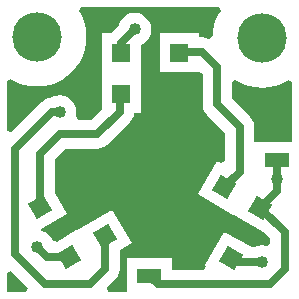
<source format=gtl>
%FSLAX25Y25*%
%MOIN*%
G70*
G01*
G75*
G04 Layer_Physical_Order=1*
G04 Layer_Color=255*
%ADD10P,0.08352X4X105.0*%
%ADD11R,0.05906X0.05906*%
%ADD12P,0.08352X4X345.0*%
%ADD13R,0.08000X0.05000*%
%ADD14C,0.02500*%
%ADD15C,0.16500*%
%ADD16C,0.04000*%
G36*
X409339Y503886D02*
X408765Y502500D01*
X402500D01*
Y508765D01*
X403886Y509339D01*
X409339Y503886D01*
D02*
G37*
G36*
X479232Y572780D02*
X481172Y571823D01*
X483220Y571128D01*
X485342Y570706D01*
X487500Y570565D01*
X489658Y570706D01*
X491780Y571128D01*
X493828Y571823D01*
X495768Y572780D01*
X496177Y573054D01*
X497500Y572346D01*
Y552400D01*
X485000D01*
D01*
X485000D01*
X484791Y552609D01*
Y557500D01*
X484628Y558740D01*
X484149Y559896D01*
X483388Y560888D01*
X477291Y566985D01*
Y572486D01*
X478614Y573193D01*
X479232Y572780D01*
D02*
G37*
G36*
X473721Y596177D02*
X473180Y595368D01*
X472223Y593428D01*
X471528Y591380D01*
X471106Y589258D01*
X471032Y588130D01*
X470165Y587001D01*
X469718Y586723D01*
X469557Y586789D01*
X468740Y587128D01*
X467500Y587291D01*
X466298D01*
Y588643D01*
X453393D01*
Y575737D01*
X466298D01*
X466298Y575737D01*
Y575737D01*
X466462Y575805D01*
X467709Y574971D01*
Y565000D01*
X467872Y563760D01*
X468211Y562943D01*
X468351Y562605D01*
X469112Y561612D01*
X475209Y555515D01*
Y546145D01*
X473910Y545396D01*
X472494Y546213D01*
X466042Y535036D01*
X477218Y528584D01*
D01*
X477975Y528147D01*
X477975Y528147D01*
X488388Y522135D01*
X490209Y520314D01*
Y518681D01*
X488962Y517848D01*
X488936Y517858D01*
X487500Y518048D01*
X486064Y517858D01*
X484726Y517304D01*
X484709Y517291D01*
X484006D01*
X474782Y522616D01*
X468329Y511440D01*
X468676Y511240D01*
X468287Y509791D01*
X457400D01*
Y513800D01*
X442400D01*
Y502500D01*
X436235D01*
X435661Y503886D01*
X438577Y506802D01*
X439339Y507794D01*
X439817Y508950D01*
X439981Y510189D01*
Y516407D01*
X444004Y518730D01*
X437551Y529906D01*
X426375Y523453D01*
X426375Y523453D01*
X425618Y523016D01*
Y523016D01*
X425618Y523016D01*
X418977Y519182D01*
X417557Y519664D01*
X417304Y520274D01*
X416423Y521423D01*
X415274Y522304D01*
X413936Y522858D01*
X413795Y523564D01*
X422425Y528547D01*
X418401Y535516D01*
Y546626D01*
X421984Y550209D01*
X432500D01*
X433740Y550372D01*
X434557Y550711D01*
X434896Y550851D01*
X435888Y551612D01*
X443388Y559112D01*
X444149Y560105D01*
X444628Y561260D01*
X444720Y561958D01*
X447007D01*
Y574676D01*
D01*
X447007D01*
Y574676D01*
D01*
D01*
D01*
D01*
D01*
D01*
D01*
X447007Y574863D01*
X447007Y575081D01*
Y575737D01*
X447007Y575872D01*
X447007Y575924D01*
X447007Y575924D01*
D01*
D01*
D01*
X447007Y575924D01*
D01*
Y584878D01*
X447774Y585196D01*
X448923Y586077D01*
X449804Y587226D01*
X450358Y588564D01*
X450548Y590000D01*
X450358Y591436D01*
X449804Y592774D01*
X448923Y593923D01*
X447774Y594804D01*
X446436Y595358D01*
X445000Y595547D01*
X443564Y595358D01*
X442226Y594804D01*
X441077Y593923D01*
X440196Y592774D01*
X439642Y591436D01*
X439639Y591414D01*
X437167Y588942D01*
X436937Y588643D01*
X434102D01*
Y575924D01*
X434102Y575924D01*
X434102Y575924D01*
X434102Y575737D01*
X434102Y574863D01*
D01*
D01*
X434102D01*
Y563377D01*
X430515Y559791D01*
X426181D01*
X425348Y561038D01*
X425358Y561064D01*
X425548Y562500D01*
X425358Y563936D01*
X424804Y565274D01*
X423923Y566423D01*
X422774Y567304D01*
X421436Y567858D01*
X420000Y568048D01*
X418564Y567858D01*
X417226Y567304D01*
X417149Y567245D01*
X416260Y567128D01*
X415104Y566649D01*
X414112Y565888D01*
X403886Y555661D01*
X402500Y556235D01*
Y572680D01*
X403823Y573387D01*
X404132Y573180D01*
X406072Y572223D01*
X408120Y571528D01*
X410242Y571106D01*
X412400Y570965D01*
X414558Y571106D01*
X416680Y571528D01*
X418728Y572223D01*
X420668Y573180D01*
X422466Y574382D01*
X424092Y575808D01*
X425518Y577434D01*
X426720Y579232D01*
X427677Y581172D01*
X428372Y583220D01*
X428794Y585342D01*
X428935Y587500D01*
X428794Y589658D01*
X428372Y591780D01*
X427677Y593828D01*
X426720Y595768D01*
X426446Y596177D01*
X427154Y597500D01*
X473014D01*
X473721Y596177D01*
D02*
G37*
D10*
X477144Y513802D02*
D03*
X465210Y520691D02*
D03*
X486790Y530509D02*
D03*
X474856Y537398D02*
D03*
D11*
X459846Y582190D02*
D03*
X459846Y568410D02*
D03*
X440554Y582190D02*
D03*
X440554Y568410D02*
D03*
D12*
X413611Y530908D02*
D03*
X425544Y537798D02*
D03*
X423256Y514202D02*
D03*
X435189Y521092D02*
D03*
D13*
X492500Y557400D02*
D03*
X449900Y518800D02*
D03*
Y507800D02*
D03*
X492500Y546400D02*
D03*
D14*
Y536219D02*
Y546400D01*
X405000Y550000D02*
X417500Y562500D01*
X405000Y515000D02*
Y550000D01*
X417500Y562500D02*
X420000D01*
X413611Y548610D02*
X420000Y555000D01*
X440000Y567856D02*
X440554Y568410D01*
X440000Y562500D02*
Y567856D01*
X432500Y555000D02*
X440000Y562500D01*
X420000Y555000D02*
X432500D01*
X413611Y530908D02*
Y548610D01*
X426063Y543937D02*
X456437D01*
X457500Y532500D02*
Y555000D01*
X456437Y543937D02*
X457500Y545000D01*
X425544Y537798D02*
X431682Y543937D01*
X422500Y547500D02*
X426063Y543937D01*
X459846Y568410D02*
X460000Y568256D01*
Y557500D02*
Y568256D01*
X457500Y555000D02*
X460000Y557500D01*
X457500Y532500D02*
X465210Y524789D01*
Y520691D02*
Y524789D01*
X463319Y518800D02*
X465210Y520691D01*
X449900Y518800D02*
X463319D01*
X452700Y505000D02*
X490000D01*
X486790Y530509D02*
X495000Y522298D01*
Y510000D02*
Y522298D01*
X490000Y505000D02*
X495000Y510000D01*
X449900Y507800D02*
X452700Y505000D01*
X487500Y567500D02*
X492500Y562500D01*
Y557400D02*
Y562500D01*
X440554Y585554D02*
X445000Y590000D01*
X440554Y582190D02*
Y585554D01*
X412500Y517500D02*
X415798Y514202D01*
X423256D01*
X486790Y530509D02*
X492500Y536219D01*
X405000Y515000D02*
X415000Y505000D01*
X430000D01*
X435189Y510189D01*
Y521092D01*
X478446Y512500D02*
X487500D01*
X477144Y513802D02*
X478446Y512500D01*
X480000Y542542D02*
Y557500D01*
X474856Y537398D02*
X480000Y542542D01*
X472500Y565000D02*
X480000Y557500D01*
X472500Y565000D02*
Y577500D01*
X467500Y582500D02*
X472500Y577500D01*
X460156Y582500D02*
X467500D01*
X459846Y582190D02*
X460156Y582500D01*
D15*
X487500Y587100D02*
D03*
X412400Y587500D02*
D03*
D16*
X487500Y512500D02*
D03*
X422500Y547500D02*
D03*
X420000Y562500D02*
D03*
X487500Y567500D02*
D03*
X492500Y540000D02*
D03*
X412500Y517500D02*
D03*
X445000Y590000D02*
D03*
M02*

</source>
